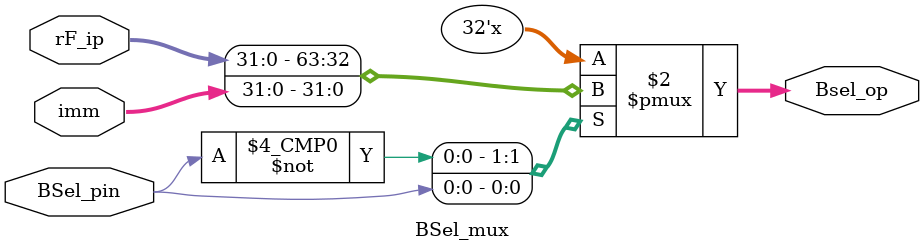
<source format=sv>
`timescale 1ns / 1ps


module BSel_mux #(parameter width = 32)(
    input logic [width-1:0] rF_ip,
    input logic [width-1:0] imm,
    input logic BSel_pin,
    output logic [width-1:0] Bsel_op
    
    );
    
    always_comb
        case(BSel_pin)
        1'b0: Bsel_op = rF_ip;
        1'b1: Bsel_op = imm;
        endcase
        
endmodule

</source>
